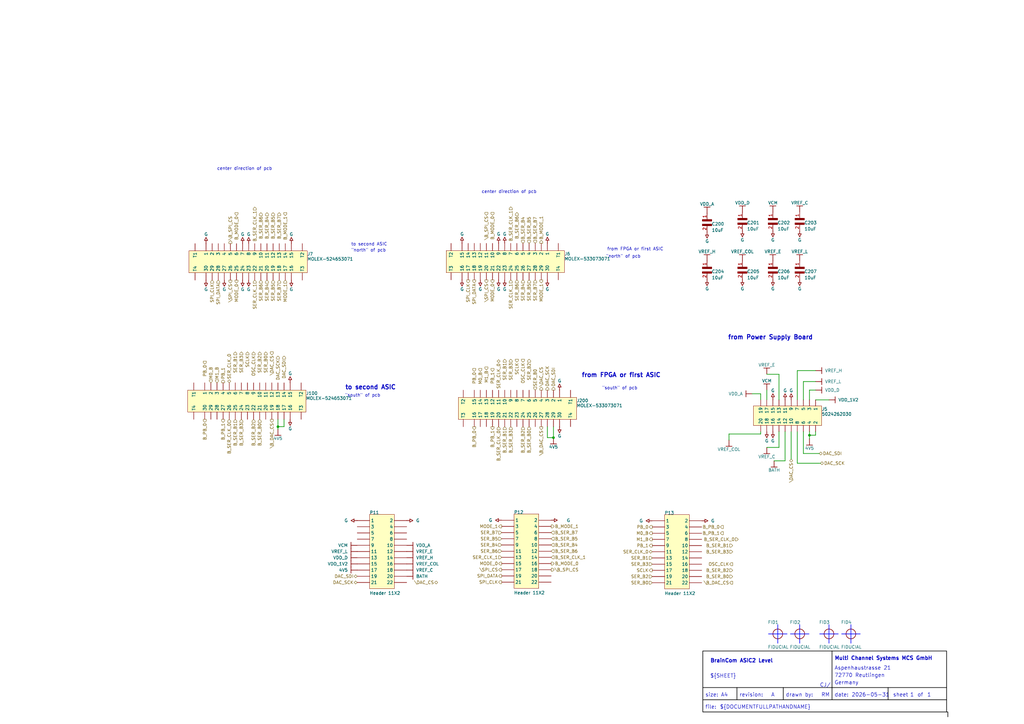
<source format=kicad_sch>
(kicad_sch (version 20230121) (generator eeschema)
  (paper "A3")
  (title_block (title "BrainCom ASIC2 Level") (rev "A"))
  (lib_symbols
    (symbol "TestLayer_RevB-altium-import:4V5" (power)
      (property "Reference" "#PWR" (at 0 0 0))
      (property "Value" "4V5" (at 0 3.81 0))
      (symbol "4V5_0_0"
        (polyline (pts (xy -1.27 -2.54) (xy 1.27 -2.54)) (stroke (width 0.254)))
        (polyline (pts (xy 0 0) (xy 0 -2.54)) (stroke (width 0.254)))
        (pin power_in line (at 0 0 0) (length 0) hide (name "4V5") (number ""))
      )
    )
    (symbol "TestLayer_RevB-altium-import:BATH" (power)
      (property "Reference" "#PWR" (at 0 0 0))
      (property "Value" "BATH" (at 0 3.81 0))
      (symbol "BATH_0_0"
        (polyline (pts (xy -1.27 -2.54) (xy 1.27 -2.54)) (stroke (width 0.254)))
        (polyline (pts (xy 0 0) (xy 0 -2.54)) (stroke (width 0.254)))
        (pin power_in line (at 0 0 0) (length 0) hide (name "BATH") (number ""))
      )
    )
    (symbol "TestLayer_RevB-altium-import:G" (power)
      (property "Reference" "#PWR" (at 0 0 0))
      (property "Value" "G" (at 0 3.81 0))
      (symbol "G_0_0"
        (polyline (pts (xy 0 0) (xy 0 -1.27)) (stroke (width 0.254)))
        (polyline (pts (xy -0.635 -1.27) (xy 0.635 -1.27) (xy 0 -2.54) (xy -0.635 -1.27)) (stroke (width 0.254)))
        (pin power_in line (at 0 0 0) (length 0) hide (name "G") (number ""))
      )
    )
    (symbol "TestLayer_RevB-altium-import:VCM" (power)
      (property "Reference" "#PWR" (at 0 0 0))
      (property "Value" "VCM" (at 0 3.81 0))
      (symbol "VCM_0_0"
        (polyline (pts (xy -1.27 -2.54) (xy 1.27 -2.54)) (stroke (width 0.254)))
        (polyline (pts (xy 0 0) (xy 0 -2.54)) (stroke (width 0.254)))
        (pin power_in line (at 0 0 0) (length 0) hide (name "VCM") (number ""))
      )
    )
    (symbol "TestLayer_RevB-altium-import:VDD_1V2" (power)
      (property "Reference" "#PWR" (at 0 0 0))
      (property "Value" "VDD_1V2" (at 0 3.81 0))
      (symbol "VDD_1V2_0_0"
        (polyline (pts (xy -1.27 -2.54) (xy 1.27 -2.54)) (stroke (width 0.254)))
        (polyline (pts (xy 0 0) (xy 0 -2.54)) (stroke (width 0.254)))
        (pin power_in line (at 0 0 0) (length 0) hide (name "VDD_1V2") (number ""))
      )
    )
    (symbol "TestLayer_RevB-altium-import:VDD_A" (power)
      (property "Reference" "#PWR" (at 0 0 0))
      (property "Value" "VDD_A" (at 0 3.81 0))
      (symbol "VDD_A_0_0"
        (polyline (pts (xy -1.27 -2.54) (xy 1.27 -2.54)) (stroke (width 0.254)))
        (polyline (pts (xy 0 0) (xy 0 -2.54)) (stroke (width 0.254)))
        (pin power_in line (at 0 0 0) (length 0) hide (name "VDD_A") (number ""))
      )
    )
    (symbol "TestLayer_RevB-altium-import:VDD_D" (power)
      (property "Reference" "#PWR" (at 0 0 0))
      (property "Value" "VDD_D" (at 0 3.81 0))
      (symbol "VDD_D_0_0"
        (polyline (pts (xy -1.27 -2.54) (xy 1.27 -2.54)) (stroke (width 0.254)))
        (polyline (pts (xy 0 0) (xy 0 -2.54)) (stroke (width 0.254)))
        (pin power_in line (at 0 0 0) (length 0) hide (name "VDD_D") (number ""))
      )
    )
    (symbol "TestLayer_RevB-altium-import:VREF_C" (power)
      (property "Reference" "#PWR" (at 0 0 0))
      (property "Value" "VREF_C" (at 0 3.81 0))
      (symbol "VREF_C_0_0"
        (polyline (pts (xy -1.27 -2.54) (xy 1.27 -2.54)) (stroke (width 0.254)))
        (polyline (pts (xy 0 0) (xy 0 -2.54)) (stroke (width 0.254)))
        (pin power_in line (at 0 0 0) (length 0) hide (name "VREF_C") (number ""))
      )
    )
    (symbol "TestLayer_RevB-altium-import:VREF_COL" (power)
      (property "Reference" "#PWR" (at 0 0 0))
      (property "Value" "VREF_COL" (at 0 3.81 0))
      (symbol "VREF_COL_0_0"
        (polyline (pts (xy -1.27 -2.54) (xy 1.27 -2.54)) (stroke (width 0.254)))
        (polyline (pts (xy 0 0) (xy 0 -2.54)) (stroke (width 0.254)))
        (pin power_in line (at 0 0 0) (length 0) hide (name "VREF_COL") (number ""))
      )
    )
    (symbol "TestLayer_RevB-altium-import:VREF_E" (power)
      (property "Reference" "#PWR" (at 0 0 0))
      (property "Value" "VREF_E" (at 0 3.81 0))
      (symbol "VREF_E_0_0"
        (polyline (pts (xy -1.27 -2.54) (xy 1.27 -2.54)) (stroke (width 0.254)))
        (polyline (pts (xy 0 0) (xy 0 -2.54)) (stroke (width 0.254)))
        (pin power_in line (at 0 0 0) (length 0) hide (name "VREF_E") (number ""))
      )
    )
    (symbol "TestLayer_RevB-altium-import:VREF_H" (power)
      (property "Reference" "#PWR" (at 0 0 0))
      (property "Value" "VREF_H" (at 0 3.81 0))
      (symbol "VREF_H_0_0"
        (polyline (pts (xy -1.27 -2.54) (xy 1.27 -2.54)) (stroke (width 0.254)))
        (polyline (pts (xy 0 0) (xy 0 -2.54)) (stroke (width 0.254)))
        (pin power_in line (at 0 0 0) (length 0) hide (name "VREF_H") (number ""))
      )
    )
    (symbol "TestLayer_RevB-altium-import:VREF_L" (power)
      (property "Reference" "#PWR" (at 0 0 0))
      (property "Value" "VREF_L" (at 0 3.81 0))
      (symbol "VREF_L_0_0"
        (polyline (pts (xy -1.27 -2.54) (xy 1.27 -2.54)) (stroke (width 0.254)))
        (polyline (pts (xy 0 0) (xy 0 -2.54)) (stroke (width 0.254)))
        (pin power_in line (at 0 0 0) (length 0) hide (name "VREF_L") (number ""))
      )
    )
    (symbol "TestLayer_RevB-altium-import:root_0_FIDUCIAL"
      (symbol "root_0_FIDUCIAL_1_0"
        (polyline (pts (xy 0 -3.81) (xy 0 3.81)) (stroke (width 0.254) (color 0 0 255 1)))
        (polyline (pts (xy 3.81 0) (xy -3.81 0)) (stroke (width 0.254) (color 0 0 255 1)))
        (circle (center 0 0) (radius 2) (stroke (width 0.254)))
      )
    )
    (symbol "TestLayer_RevB-altium-import:root_0_Header 11X2"
      (symbol "root_0_Header 11X2_1_0"
        (rectangle (start 10.16 0) (end 0 -30.48) (fill (type background)))
        (pin passive line (at -5.08 -2.54 0) (length 5.08) (name "1") (number "1"))
        (pin passive line (at 15.24 -12.7 180) (length 5.08) (name "10") (number "10"))
        (pin passive line (at -5.08 -15.24 0) (length 5.08) (name "11") (number "11"))
        (pin passive line (at 15.24 -15.24 180) (length 5.08) (name "12") (number "12"))
        (pin passive line (at -5.08 -17.78 0) (length 5.08) (name "13") (number "13"))
        (pin passive line (at 15.24 -17.78 180) (length 5.08) (name "14") (number "14"))
        (pin passive line (at -5.08 -20.32 0) (length 5.08) (name "15") (number "15"))
        (pin passive line (at 15.24 -20.32 180) (length 5.08) (name "16") (number "16"))
        (pin passive line (at -5.08 -22.86 0) (length 5.08) (name "17") (number "17"))
        (pin passive line (at 15.24 -22.86 180) (length 5.08) (name "18") (number "18"))
        (pin passive line (at -5.08 -25.4 0) (length 5.08) (name "19") (number "19"))
        (pin passive line (at 15.24 -2.54 180) (length 5.08) (name "2") (number "2"))
        (pin passive line (at 15.24 -25.4 180) (length 5.08) (name "20") (number "20"))
        (pin passive line (at -5.08 -27.94 0) (length 5.08) (name "21") (number "21"))
        (pin passive line (at 15.24 -27.94 180) (length 5.08) (name "22") (number "22"))
        (pin passive line (at -5.08 -5.08 0) (length 5.08) (name "3") (number "3"))
        (pin passive line (at 15.24 -5.08 180) (length 5.08) (name "4") (number "4"))
        (pin passive line (at -5.08 -7.62 0) (length 5.08) (name "5") (number "5"))
        (pin passive line (at 15.24 -7.62 180) (length 5.08) (name "6") (number "6"))
        (pin passive line (at -5.08 -10.16 0) (length 5.08) (name "7") (number "7"))
        (pin passive line (at 15.24 -10.16 180) (length 5.08) (name "8") (number "8"))
        (pin passive line (at -5.08 -12.7 0) (length 5.08) (name "9") (number "9"))
      )
    )
    (symbol "TestLayer_RevB-altium-import:root_2_MOLEX-5017450301"
      (symbol "root_2_MOLEX-5017450301_1_0"
        (rectangle (start 13.5 -3) (end -35 -12) (fill (type background)))
        (pin passive line (at 6.5 0 270) (length 3) (name "1") (number "1"))
        (pin passive line (at -16 0 270) (length 3) (name "10") (number "10"))
        (pin passive line (at -18.5 0 270) (length 3) (name "11") (number "11"))
        (pin passive line (at -21 0 270) (length 3) (name "12") (number "12"))
        (pin passive line (at -23.5 0 270) (length 3) (name "13") (number "13"))
        (pin passive line (at -26 0 270) (length 3) (name "14") (number "14"))
        (pin passive line (at -28.5 0 270) (length 3) (name "15") (number "15"))
        (pin passive line (at -28.5 -15 90) (length 3) (name "16") (number "16"))
        (pin passive line (at -26 -15 90) (length 3) (name "17") (number "17"))
        (pin passive line (at -23.5 -15 90) (length 3) (name "18") (number "18"))
        (pin passive line (at -21 -15 90) (length 3) (name "19") (number "19"))
        (pin passive line (at 4 0 270) (length 3) (name "2") (number "2"))
        (pin passive line (at -18.5 -15 90) (length 3) (name "20") (number "20"))
        (pin passive line (at -16 -15 90) (length 3) (name "21") (number "21"))
        (pin passive line (at -13.5 -15 90) (length 3) (name "22") (number "22"))
        (pin passive line (at -11 -15 90) (length 3) (name "23") (number "23"))
        (pin passive line (at -8.5 -15 90) (length 3) (name "24") (number "24"))
        (pin passive line (at -6 -15 90) (length 3) (name "25") (number "25"))
        (pin passive line (at -3.5 -15 90) (length 3) (name "26") (number "26"))
        (pin passive line (at -1 -15 90) (length 3) (name "27") (number "27"))
        (pin passive line (at 1.5 -15 90) (length 3) (name "28") (number "28"))
        (pin passive line (at 4 -15 90) (length 3) (name "29") (number "29"))
        (pin passive line (at 1.5 0 270) (length 3) (name "3") (number "3"))
        (pin passive line (at 6.5 -15 90) (length 3) (name "30") (number "30"))
        (pin passive line (at -1 0 270) (length 3) (name "4") (number "4"))
        (pin passive line (at -3.5 0 270) (length 3) (name "5") (number "5"))
        (pin passive line (at -6 0 270) (length 3) (name "6") (number "6"))
        (pin passive line (at -8.5 0 270) (length 3) (name "7") (number "7"))
        (pin passive line (at -11 0 270) (length 3) (name "8") (number "8"))
        (pin passive line (at -13.5 0 270) (length 3) (name "9") (number "9"))
        (pin passive line (at 11 0 270) (length 3) (name "T1") (number "T1"))
        (pin passive line (at -33 0 270) (length 3) (name "T2") (number "T2"))
        (pin passive line (at -33 -15 90) (length 3) (name "T3") (number "T3"))
        (pin passive line (at 11 -15 90) (length 3) (name "T4") (number "T4"))
      )
    )
    (symbol "TestLayer_RevB-altium-import:root_2_mirrored_MOLEX-5009130302"
      (symbol "root_2_mirrored_MOLEX-5009130302_1_0"
        (rectangle (start 35 -3) (end -13.5 -12) (fill (type background)))
        (pin passive line (at -6.5 0 270) (length 3) (name "1") (number "1"))
        (pin passive line (at 16 0 270) (length 3) (name "10") (number "10"))
        (pin passive line (at 18.5 0 270) (length 3) (name "11") (number "11"))
        (pin passive line (at 21 0 270) (length 3) (name "12") (number "12"))
        (pin passive line (at 23.5 0 270) (length 3) (name "13") (number "13"))
        (pin passive line (at 26 0 270) (length 3) (name "14") (number "14"))
        (pin passive line (at 28.5 0 270) (length 3) (name "15") (number "15"))
        (pin passive line (at 28.5 -15 90) (length 3) (name "16") (number "16"))
        (pin passive line (at 26 -15 90) (length 3) (name "17") (number "17"))
        (pin passive line (at 23.5 -15 90) (length 3) (name "18") (number "18"))
        (pin passive line (at 21 -15 90) (length 3) (name "19") (number "19"))
        (pin passive line (at -4 0 270) (length 3) (name "2") (number "2"))
        (pin passive line (at 18.5 -15 90) (length 3) (name "20") (number "20"))
        (pin passive line (at 16 -15 90) (length 3) (name "21") (number "21"))
        (pin passive line (at 13.5 -15 90) (length 3) (name "22") (number "22"))
        (pin passive line (at 11 -15 90) (length 3) (name "23") (number "23"))
        (pin passive line (at 8.5 -15 90) (length 3) (name "24") (number "24"))
        (pin passive line (at 6 -15 90) (length 3) (name "25") (number "25"))
        (pin passive line (at 3.5 -15 90) (length 3) (name "26") (number "26"))
        (pin passive line (at 1 -15 90) (length 3) (name "27") (number "27"))
        (pin passive line (at -1.5 -15 90) (length 3) (name "28") (number "28"))
        (pin passive line (at -4 -15 90) (length 3) (name "29") (number "29"))
        (pin passive line (at -1.5 0 270) (length 3) (name "3") (number "3"))
        (pin passive line (at -6.5 -15 90) (length 3) (name "30") (number "30"))
        (pin passive line (at 1 0 270) (length 3) (name "4") (number "4"))
        (pin passive line (at 3.5 0 270) (length 3) (name "5") (number "5"))
        (pin passive line (at 6 0 270) (length 3) (name "6") (number "6"))
        (pin passive line (at 8.5 0 270) (length 3) (name "7") (number "7"))
        (pin passive line (at 11 0 270) (length 3) (name "8") (number "8"))
        (pin passive line (at 13.5 0 270) (length 3) (name "9") (number "9"))
        (pin passive line (at -11 0 270) (length 3) (name "T1") (number "T1"))
        (pin passive line (at 33 0 270) (length 3) (name "T2") (number "T2"))
        (pin passive line (at 33 -15 90) (length 3) (name "T3") (number "T3"))
        (pin passive line (at -11 -15 90) (length 3) (name "T4") (number "T4"))
      )
    )
    (symbol "TestLayer_RevB-altium-import:root_3_DIL20S-1.27"
      (symbol "root_3_DIL20S-1.27_1_0"
        (rectangle (start 14 3) (end -14 -5) (fill (type background)))
        (pin passive line (at 11.5 5.5 270) (length 2.5) (name "1") (number "1"))
        (pin passive line (at 1.5 -7.5 90) (length 2.5) (name "10") (number "10"))
        (pin passive line (at -1 5.5 270) (length 2.5) (name "11") (number "11"))
        (pin passive line (at -1 -7.5 90) (length 2.5) (name "12") (number "12"))
        (pin passive line (at -3.5 5.5 270) (length 2.5) (name "13") (number "13"))
        (pin passive line (at -3.5 -7.5 90) (length 2.5) (name "14") (number "14"))
        (pin passive line (at -6 5.5 270) (length 2.5) (name "15") (number "15"))
        (pin passive line (at -6 -7.5 90) (length 2.5) (name "16") (number "16"))
        (pin passive line (at -8.5 5.5 270) (length 2.5) (name "17") (number "17"))
        (pin passive line (at -8.5 -7.5 90) (length 2.5) (name "18") (number "18"))
        (pin passive line (at -11 5.5 270) (length 2.5) (name "19") (number "19"))
        (pin passive line (at 11.5 -7.5 90) (length 2.5) (name "2") (number "2"))
        (pin passive line (at -11 -7.5 90) (length 2.5) (name "20") (number "20"))
        (pin passive line (at 9 5.5 270) (length 2.5) (name "3") (number "3"))
        (pin passive line (at 9 -7.5 90) (length 2.5) (name "4") (number "4"))
        (pin passive line (at 6.5 5.5 270) (length 2.5) (name "5") (number "5"))
        (pin passive line (at 6.5 -7.5 90) (length 2.5) (name "6") (number "6"))
        (pin passive line (at 4 5.5 270) (length 2.5) (name "7") (number "7"))
        (pin passive line (at 4 -7.5 90) (length 2.5) (name "8") (number "8"))
        (pin passive line (at 1.5 5.5 270) (length 2.5) (name "9") (number "9"))
      )
    )
    (symbol "TestLayer_RevB-altium-import:root_3_JMK107BBJ106MK-TT"
      (symbol "root_3_JMK107BBJ106MK-TT_1_0"
        (rectangle (start 1.905 -1.907) (end -1.906 -2.54) (stroke (width 0.254)) (fill (type outline)))
        (rectangle (start 1.905 0) (end -1.906 -0.635) (stroke (width 0.254)) (fill (type outline)))
        (pin passive line (at 0 2.54 270) (length 2.54) (name "1") (number "1"))
        (pin passive line (at 0 -5.08 90) (length 2.54) (name "2") (number "2"))
      )
    )
  )
  (junction (at 114 175.0022))
  (junction (at 227 179.5022))
  (junction (at 331.999 178.5022))
  (wire (pts (xy 319.499 153.5022) (xy 319.499 164.0022)) (stroke (width 0.254)))
  (wire (pts (xy 224.5 179.5022) (xy 227 179.5022)) (stroke (width 0.254)))
  (wire (pts (xy 331.999 177.0022) (xy 331.999 178.5022)) (stroke (width 0.254)))
  (wire (pts (xy 311.999 177.0022) (xy 311.999 178.0022)) (stroke (width 0.254)))
  (wire (pts (xy 329.5 177.0022) (xy 329.499 177.0022)) (stroke (width 0.254)))
  (wire (pts (xy 326.999 190.0022) (xy 326.999 177.0022)) (stroke (width 0.254)))
  (wire (pts (xy 329.499 164.0022) (xy 329.5 164.0022)) (stroke (width 0.254)))
  (wire (pts (xy 317.499 189.0022) (xy 321.999 189.0022)) (stroke (width 0.254)))
  (wire (pts (xy 331.999 164.0022) (xy 331.999 160.0022)) (stroke (width 0.254)))
  (wire (pts (xy 116.5 175.0022) (xy 114 175.0022)) (stroke (width 0.254)))
  (wire (pts (xy 314.499 160.0022) (xy 314.499 164.0022)) (stroke (width 0.254)))
  (wire (pts (xy 329.5 164.0022) (xy 329.5 156.5022)) (stroke (width 0.254)))
  (wire (pts (xy 326.999 152.0032) (xy 334.499 152.0032)) (stroke (width 0.254)))
  (wire (pts (xy 329.5 186.0022) (xy 329.5 177.0022)) (stroke (width 0.254)))
  (wire (pts (xy 334.499 177.0022) (xy 334.499 178.5022)) (stroke (width 0.254)))
  (wire (pts (xy 326.999 164.0022) (xy 326.999 152.0032)) (stroke (width 0.254)))
  (wire (pts (xy 339.999 164.0022) (xy 334.499 164.0022)) (stroke (width 0.254)))
  (wire (pts (xy 311.999 161.5022) (xy 308.499 161.5022)) (stroke (width 0.254)))
  (wire (pts (xy 227 179.5022) (xy 227 175.0022)) (stroke (width 0.254)))
  (wire (pts (xy 314.499 153.5022) (xy 319.499 153.5022)) (stroke (width 0.254)))
  (wire (pts (xy 324.499 177.0022) (xy 324.499 188.3022)) (stroke (width 0.254)))
  (wire (pts (xy 334.499 178.5022) (xy 331.999 178.5022)) (stroke (width 0.254)))
  (wire (pts (xy 331.999 160.0022) (xy 334.499 160.0022)) (stroke (width 0.254)))
  (wire (pts (xy 314.499 183.5022) (xy 319.499 183.5022)) (stroke (width 0.254)))
  (wire (pts (xy 321.999 189.0022) (xy 321.999 177.0022)) (stroke (width 0.254)))
  (wire (pts (xy 224.5 175.0022) (xy 224.5 179.5022)) (stroke (width 0.254)))
  (wire (pts (xy 298.999 178.0022) (xy 298.999 180.5022)) (stroke (width 0.254)))
  (wire (pts (xy 319.499 183.5022) (xy 319.499 177.0022)) (stroke (width 0.254)))
  (wire (pts (xy 331.999 178.5022) (xy 331.999 180.0022)) (stroke (width 0.254)))
  (wire (pts (xy 311.999 178.0022) (xy 298.999 178.0022)) (stroke (width 0.254)))
  (wire (pts (xy 116.5 172.0022) (xy 116.5 175.0022)) (stroke (width 0.254)))
  (wire (pts (xy 311.999 164.0022) (xy 311.999 161.5022)) (stroke (width 0.254)))
  (wire (pts (xy 114 175.0022) (xy 114 176.0022)) (stroke (width 0.254)))
  (wire (pts (xy 329.5 156.5022) (xy 334.499 156.5022)) (stroke (width 0.254)))
  (wire (pts (xy 336.499 190.0022) (xy 326.999 190.0022)) (stroke (width 0.254)))
  (wire (pts (xy 335.999 186.0022) (xy 329.5 186.0022)) (stroke (width 0.254)))
  (wire (pts (xy 114 172.0022) (xy 114 175.0022)) (stroke (width 0.254)))
  (polyline (pts (xy 341.25 267.0022) (xy 341.25 282.0022)) (stroke (width 0.254) (type solid) (color 0 0 0 1)))
  (polyline (pts (xy 341.25 282.0022) (xy 341.25 287.0022)) (stroke (width 0.254) (type solid) (color 0 0 0 1)))
  (polyline (pts (xy 302.25 282.0022) (xy 302.25 287.0022)) (stroke (width 0.254) (type solid) (color 0 0 0 1)))
  (polyline (pts (xy 288.25 287.0022) (xy 388.25 287.0022)) (stroke (width 0.254) (type solid) (color 0 0 0 1)))
  (polyline (pts (xy 321.25 282.0022) (xy 321.25 287.0022)) (stroke (width 0.254) (type solid) (color 0 0 0 1)))
  (polyline (pts (xy 364.25 282.0022) (xy 364.25 287.0022)) (stroke (width 0.254) (type solid) (color 0 0 0 1)))
  (polyline (pts (xy 388.75 294.0022) (xy 388.75 292.0022) (xy 288.25 292.0022) (xy 288.25 267.0022) (xy 388.25 267.0022) (xy 388.25 292.0022)) (stroke (width 0.254) (type solid) (color 0 0 0 1)))
  (polyline (pts (xy 288.25 282.0022) (xy 388.25 282.0022)) (stroke (width 0.254) (type solid) (color 0 0 0 1)))
  (text "Germany" (at 342.25 281.0022 0) (effects (font (size 1.524 1.524)) (justify left bottom)))
  (text "  \"south\" of pcb" (at 245 160.0022 0) (effects (font (size 1.27 1.27)) (justify left bottom)))
  (text "Aspenhaustrasse 21" (at 342.25 275.0022 0) (effects (font (size 1.524 1.524)) (justify left bottom)))
  (text "sheet" (at 366.25 286.0022 0) (effects (font (size 1.524 1.524)) (justify left bottom)))
  (text "from FPGA or first ASIC" (at 238.5 155.0022 0) (effects (font (size 1.778 1.778) bold) (justify left bottom)))
  (text "${CURRENT_DATE}" (at 349.25 286.0022 0) (effects (font (size 1.524 1.524)) (justify left bottom)))
  (text "revision:" (at 303.25 286.0022 0) (effects (font (size 1.524 1.524)) (justify left bottom)))
  (text "CJ/" (at 336.25 282.0022 0) (effects (font (size 1.524 1.524)) (justify left bottom)))
  (text "\"south\" of pcb" (at 141.5 163.0022 0) (effects (font (size 1.27 1.27)) (justify left bottom)))
  (text "center direction of pcb" (at 197.5 79.5022 0) (effects (font (size 1.27 1.27)) (justify left bottom)))
  (text "\"north\" of pcb" (at 144 103.5022 0) (effects (font (size 1.27 1.27)) (justify left bottom)))
  (text "72770 Reutlingen" (at 342.25 278.0022 0) (effects (font (size 1.524 1.524)) (justify left bottom)))
  (text "to second ASIC" (at 141.5 160.0022 0) (effects (font (size 1.778 1.778) bold) (justify left bottom)))
  (text "\"north\" of pcb" (at 248.5 106.0022 0) (effects (font (size 1.27 1.27)) (justify left bottom)))
  (text "${DOCUMENTFULLPATHANDNAME}" (at 295.25 291.0022 0) (effects (font (size 1.524 1.524)) (justify left bottom)))
  (text "${SHEET}" (at 291.25 278.2522 0) (effects (font (size 1.524 1.524)) (justify left bottom)))
  (text "${TITLE}" (at 291.25 272.0022 0) (effects (font (size 1.524 1.524) bold) (justify left bottom)))
  (text "to second ASIC" (at 144 101.0022 0) (effects (font (size 1.27 1.27)) (justify left bottom)))
  (text "from FPGA or first ASIC" (at 249 103.0022 0) (effects (font (size 1.27 1.27)) (justify left bottom)))
  (text "Multi Channel Systems MCS GmbH" (at 342.25 271.0022 0) (effects (font (size 1.524 1.524) bold) (justify left bottom)))
  (text "from Power Supply Board" (at 298.499 139.5022 0) (effects (font (size 1.778 1.778) bold) (justify left bottom)))
  (text "file:" (at 289.25 291.0022 0) (effects (font (size 1.524 1.524)) (justify left bottom)))
  (text "${#}" (at 373.25 286.0022 0) (effects (font (size 1.524 1.524)) (justify left bottom)))
  (text "${REVISION}" (at 316.25 286.0022 0) (effects (font (size 1.524 1.524)) (justify left bottom)))
  (text "${##}" (at 380.25 286.0022 0) (effects (font (size 1.524 1.524)) (justify left bottom)))
  (text "of" (at 376.25 286.0022 0) (effects (font (size 1.524 1.524)) (justify left bottom)))
  (text "size: A4" (at 289.25 286.0022 0) (effects (font (size 1.524 1.524)) (justify left bottom)))
  (text "date:" (at 342.25 286.0022 0) (effects (font (size 1.524 1.524)) (justify left bottom)))
  (text "center direction of pcb" (at 89 70.0022 0) (effects (font (size 1.27 1.27)) (justify left bottom)))
  (text "drawn by:   RM" (at 322.25 286.0022 0) (effects (font (size 1.524 1.524)) (justify left bottom)))
  (hierarchical_label "SER_B1" (shape input) (at 207 147.3022 270))
  (hierarchical_label "B_SER_B2" (shape input) (at 300.519 233.9222 180))
  (hierarchical_label "DAC_SCK" (shape input) (at 114 146.0022 270))
  (hierarchical_label "M1_B" (shape output) (at 267.499 221.2222 180))
  (hierarchical_label "SCLK" (shape input) (at 101.5 144.3022 270))
  (hierarchical_label "B_SER_B4" (shape input) (at 214.5 99.8022 90))
  (hierarchical_label "SER_CLK_0" (shape bidirectional) (at 267.499 226.3022 180))
  (hierarchical_label "B_SER_B6" (shape input) (at 212 87.1022 270))
  (hierarchical_label "\\SPI_CS" (shape output) (at 94.5 114.8922 270))
  (hierarchical_label "\\B_SPI_CS" (shape output) (at 94.5 99.8922 90))
  (hierarchical_label "M0_B" (shape output) (at 197 151.1122 270))
  (hierarchical_label "\\B_SPI_CS" (shape output) (at 199.5 87.1022 270))
  (hierarchical_label "MODE_0" (shape output) (at 97 114.8922 270))
  (hierarchical_label "PB_1" (shape output) (at 202 151.1122 270))
  (hierarchical_label "\\DAC_CS" (shape output) (at 111.5 144.3022 270))
  (hierarchical_label "\\B_DAC_CS" (shape output) (at 111.5 172.0022 270))
  (hierarchical_label "PB_1" (shape output) (at 91.5 157.0022 90))
  (hierarchical_label "SER_B1" (shape input) (at 96.5 144.3022 270))
  (hierarchical_label "SPI_DATA" (shape input) (at 89.5 114.8922 270))
  (hierarchical_label "B_SER_B0" (shape input) (at 300.519 236.4622 180))
  (hierarchical_label "B_SER_B2" (shape input) (at 214.5 175.0022 270))
  (hierarchical_label "B_SER_B3" (shape input) (at 300.519 226.3022 180))
  (hierarchical_label "B_SER_B2" (shape input) (at 104 172.0022 270))
  (hierarchical_label "DAC_SCK" (shape bidirectional) (at 336.499 190.0022 0))
  (hierarchical_label "B_MODE_1" (shape output) (at 222 99.8022 90))
  (hierarchical_label "PB_0" (shape output) (at 194.5 151.1122 270))
  (hierarchical_label "SER_B4" (shape input) (at 205.74 223.52 180))
  (hierarchical_label "B_MODE_0" (shape output) (at 97 87.1922 270))
  (hierarchical_label "OSC_CLK" (shape output) (at 214.5 147.3022 270))
  (hierarchical_label "B_SER_B7" (shape input) (at 219.5 99.8022 90))
  (hierarchical_label "B_SER_CLK_0" (shape input) (at 302.819 221.2222 180))
  (hierarchical_label "SER_B6" (shape input) (at 107 114.8922 270))
  (hierarchical_label "B_SER_B5" (shape input) (at 112 87.1922 270))
  (hierarchical_label "B_SER_B4" (shape input) (at 226.06 223.52 0))
  (hierarchical_label "SER_CLK_1" (shape input) (at 209.5 114.8032 270))
  (hierarchical_label "B_SER_CLK_1" (shape input) (at 104.5 84.8922 270))
  (hierarchical_label "DAC_SDI" (shape input) (at 116.5 146.0022 270))
  (hierarchical_label "MODE_0" (shape output) (at 202 114.8022 270))
  (hierarchical_label "B_SER_B7" (shape input) (at 114.5 87.1922 270))
  (hierarchical_label "SER_B4" (shape input) (at 109.5 114.8922 270))
  (hierarchical_label "SER_B5" (shape input) (at 217 114.8022 270))
  (hierarchical_label "SER_B0" (shape input) (at 109 144.3022 270))
  (hierarchical_label "\\B_DAC_CS" (shape output) (at 222 175.0022 270))
  (hierarchical_label "B_MODE_0" (shape output) (at 226.06 231.14 0))
  (hierarchical_label "SER_CLK_1" (shape input) (at 205.74 228.6 180))
  (hierarchical_label "DAC_SCK" (shape bidirectional) (at 146.5 238.9022 180))
  (hierarchical_label "SER_B2" (shape input) (at 217 147.3022 270))
  (hierarchical_label "SER_B2" (shape input) (at 267.499 236.4622 180))
  (hierarchical_label "B_SER_CLK_1" (shape input) (at 226.06 228.6 0))
  (hierarchical_label "PB_1" (shape output) (at 267.499 223.7622 180))
  (hierarchical_label "M1_B" (shape input) (at 89 157.0022 90))
  (hierarchical_label "SER_B3" (shape input) (at 209.5 147.3022 270))
  (hierarchical_label "SPI_DATA" (shape output) (at 194.5 114.8022 270))
  (hierarchical_label "PB_0" (shape output) (at 267.499 216.1422 180))
  (hierarchical_label "SER_B5" (shape input) (at 112 114.8922 270))
  (hierarchical_label "SPI_CLK" (shape input) (at 87 114.8922 270))
  (hierarchical_label "B_SER_B1" (shape input) (at 300.519 223.7622 180))
  (hierarchical_label "B_SER_B4" (shape input) (at 109.5 87.1922 270))
  (hierarchical_label "SER_B7" (shape input) (at 114.5 114.8922 270))
  (hierarchical_label "SER_CLK_1" (shape input) (at 104.5 114.8932 270))
  (hierarchical_label "SER_B6" (shape input) (at 205.74 226.06 180))
  (hierarchical_label "B_MODE_1" (shape output) (at 226.06 215.9 0))
  (hierarchical_label "SPI_CLK" (shape output) (at 192 114.8022 270))
  (hierarchical_label "DAC_SDI" (shape bidirectional) (at 146.5 236.3622 180))
  (hierarchical_label "B_SER_B5" (shape input) (at 217 99.8022 90))
  (hierarchical_label "B_MODE_0" (shape output) (at 202 87.1022 270))
  (hierarchical_label "B_SER_B6" (shape input) (at 107 87.1922 270))
  (hierarchical_label "B_PB_0" (shape output) (at 194.5 175.0022 270))
  (hierarchical_label "SER_CLK_0" (shape bidirectional) (at 204.5 147.5022 270))
  (hierarchical_label "\\DAC_CS" (shape output) (at 222 160.0022 90))
  (hierarchical_label "SER_B7" (shape input) (at 205.74 218.44 180))
  (hierarchical_label "SER_B3" (shape input) (at 99 144.3022 270))
  (hierarchical_label "B_SER_B3" (shape input) (at 209.5 175.0022 270))
  (hierarchical_label "B_PB_1" (shape output) (at 296.709 218.6822 180))
  (hierarchical_label "B_SER_B1" (shape input) (at 96.5 172.0022 270))
  (hierarchical_label "MODE_0" (shape output) (at 205.74 231.14 180))
  (hierarchical_label "DAC_SDI" (shape bidirectional) (at 335.999 186.0022 0))
  (hierarchical_label "B_SER_B7" (shape input) (at 226.06 218.44 0))
  (hierarchical_label "\\B_SPI_CS" (shape output) (at 226.06 233.68 0))
  (hierarchical_label "M1_B" (shape output) (at 199.5 150.5022 270))
  (hierarchical_label "B_SER_B0" (shape input) (at 106.5 172.0022 270))
  (hierarchical_label "SPI_DATA" (shape output) (at 205.74 236.22 180))
  (hierarchical_label "B_SER_CLK_1" (shape input) (at 209.5 84.8022 270))
  (hierarchical_label "\\B_DAC_CS" (shape output) (at 300.519 239.0022 180))
  (hierarchical_label "MODE_1" (shape output) (at 205.74 215.9 180))
  (hierarchical_label "DAC_SCK" (shape output) (at 224.5 160.0022 90))
  (hierarchical_label "B_PB_0" (shape output) (at 296.709 216.1422 180))
  (hierarchical_label "B_MODE_1" (shape output) (at 117 87.1922 270))
  (hierarchical_label "SCLK" (shape output) (at 212 147.3022 270))
  (hierarchical_label "SER_B6" (shape input) (at 212 114.8022 270))
  (hierarchical_label "B_SER_CLK_0" (shape input) (at 94 172.0022 270))
  (hierarchical_label "B_PB_1" (shape output) (at 91.5 172.0022 270))
  (hierarchical_label "\\DAC_CS" (shape bidirectional) (at 324.499 188.3022 270))
  (hierarchical_label "MODE_1" (shape output) (at 222 114.8022 270))
  (hierarchical_label "\\SPI_CS" (shape output) (at 199.5 114.8022 270))
  (hierarchical_label "OSC_CLK" (shape input) (at 104 144.3022 270))
  (hierarchical_label "OSC_CLK" (shape output) (at 300.519 231.3822 180))
  (hierarchical_label "B_SER_B3" (shape input) (at 99 172.0022 270))
  (hierarchical_label "B_SER_B1" (shape input) (at 207 175.0022 270))
  (hierarchical_label "B_SER_B6" (shape input) (at 226.06 226.06 0))
  (hierarchical_label "SER_B1" (shape input) (at 267.499 228.8422 180))
  (hierarchical_label "B_SER_B0" (shape input) (at 217 175.0022 270))
  (hierarchical_label "SER_CLK_0" (shape bidirectional) (at 94 157.0022 90))
  (hierarchical_label "SER_B0" (shape input) (at 267.499 239.0022 180))
  (hierarchical_label "SPI_CLK" (shape output) (at 205.74 238.76 180))
  (hierarchical_label "SER_B7" (shape input) (at 219.5 114.8022 270))
  (hierarchical_label "M0_B" (shape input) (at 86.5 157.0022 90))
  (hierarchical_label "SER_B3" (shape input) (at 267.499 231.3822 180))
  (hierarchical_label "M0_B" (shape output) (at 267.499 218.6822 180))
  (hierarchical_label "SCLK" (shape output) (at 267.499 233.9222 180))
  (hierarchical_label "DAC_SDI" (shape output) (at 227 160.0022 90))
  (hierarchical_label "SER_B5" (shape input) (at 205.74 220.98 180))
  (hierarchical_label "MODE_1" (shape input) (at 117 114.8922 270))
  (hierarchical_label "B_SER_CLK_0" (shape input) (at 204.5 175.0022 270))
  (hierarchical_label "B_PB_0" (shape output) (at 84 172.0022 270))
  (hierarchical_label "PB_0" (shape output) (at 84 148.1122 270))
  (hierarchical_label "\\SPI_CS" (shape output) (at 205.74 233.68 180))
  (hierarchical_label "SER_B2" (shape input) (at 106.5 144.3022 270))
  (hierarchical_label "\\DAC_CS" (shape bidirectional) (at 179.52 238.9022 180))
  (hierarchical_label "B_SER_B5" (shape input) (at 226.06 220.98 0))
  (hierarchical_label "B_PB_1" (shape output) (at 202 175.0022 270))
  (hierarchical_label "SER_B0" (shape input) (at 219.5 160.0022 90))
  (hierarchical_label "SER_B4" (shape input) (at 214.5 114.8022 270))
  (symbol (lib_id "TestLayer_RevB-altium-import:4V5") (at 331.999 180.0022 0) (unit 1)
    (property "Reference" "#PWR?" (effects hide))
    (property "Value" "4V5" (at 331.999 183.8122 0))
  )
  (symbol (lib_id "TestLayer_RevB-altium-import:G") (at 304.499 94.6222 0) (unit 1)
    (property "Reference" "#PWR?" (effects hide))
    (property "Value" "G" (at 304.499 98.4322 0))
  )
  (symbol (lib_id "TestLayer_RevB-altium-import:root_3_DIL20S-1.27") (at 322.999 169.5022 0) (unit 1)
    (property "Reference" "J5" (at 336.999 168.5342 0) (effects (justify left bottom)))
    (property "Value" "5024262030" (at 336.999 170.5662 0) (effects (justify left bottom)))
    (property "Footprint" "JMOLEX-0559090274V1" (effects hide))
    (property "ITEM NUMBER" "?" (effects hide))
    (property "MANUFACTURER" "Molex" (effects hide))
    (property "MPN" "502426-2030" (effects hide))
  )
  (symbol (lib_id "TestLayer_RevB-altium-import:root_0_Header 11X2") (at 210.82 210.82 0) (unit 1)
    (property "Reference" "P12" (at 210.82 210.82 0) (effects (justify left bottom)))
    (property "Value" "Header 11X2" (at 210.82 243.84 0) (effects (justify left bottom)))
    (property "Footprint" "HDR2X11" (effects hide))
    (property "LATESTREVISIONDATE" "17-Jul-2002" (effects hide))
    (property "LATESTREVISIONNOTE" "Re-released for DXP Platform." (effects hide))
    (property "PUBLISHER" "Altium Limited" (effects hide))
  )
  (symbol (lib_id "TestLayer_RevB-altium-import:G") (at 119.5 114.8922 0) (unit 1)
    (property "Reference" "#PWR?" (effects hide))
    (property "Value" "G" (at 119.5 118.7022 0))
  )
  (symbol (lib_id "TestLayer_RevB-altium-import:VREF_H") (at 166.82 228.7422 90) (unit 1)
    (property "Reference" "#PWR?" (effects hide))
    (property "Value" "VREF_H" (at 170.63 228.7422 90) (effects (justify right)))
  )
  (symbol (lib_id "TestLayer_RevB-altium-import:G") (at 102 99.8922 180) (unit 1)
    (property "Reference" "#PWR?" (effects hide))
    (property "Value" "G" (at 102 96.0822 0))
  )
  (symbol (lib_id "TestLayer_RevB-altium-import:VCM") (at 146.5 223.6622 270) (unit 1)
    (property "Reference" "#PWR?" (effects hide))
    (property "Value" "VCM" (at 142.69 223.6622 90) (effects (justify right)))
  )
  (symbol (lib_id "TestLayer_RevB-altium-import:VDD_D") (at 334.499 160.0022 90) (unit 1)
    (property "Reference" "#PWR?" (effects hide))
    (property "Value" "VDD_D" (at 338.309 160.0022 90) (effects (justify right)))
  )
  (symbol (lib_id "TestLayer_RevB-altium-import:root_3_JMK107BBJ106MK-TT") (at 289.999 109.5422 0) (unit 1)
    (property "Reference" "C204" (at 291.904 112.0822 0) (effects (justify left bottom)))
    (property "Value" "10uF" (at 291.904 114.6222 0) (effects (justify left bottom)))
    (property "Footprint" "CAPC1709X50N" (effects hide))
    (property "MPN" "JMK107BBJ106MK-TT" (effects hide))
    (property "ITEM NUMBER" "?" (effects hide))
    (property "MANUFACTURER" "Taiyo Yuden" (effects hide))
  )
  (symbol (lib_id "TestLayer_RevB-altium-import:root_3_JMK107BBJ106MK-TT") (at 316.999 89.5422 0) (unit 1)
    (property "Reference" "C202" (at 318.904 92.0822 0) (effects (justify left bottom)))
    (property "Value" "10uF" (at 318.904 94.6222 0) (effects (justify left bottom)))
    (property "Footprint" "CAPC1709X50N" (effects hide))
    (property "MPN" "JMK107BBJ106MK-TT" (effects hide))
    (property "ITEM NUMBER" "?" (effects hide))
    (property "MANUFACTURER" "Taiyo Yuden" (effects hide))
  )
  (symbol (lib_id "TestLayer_RevB-altium-import:G") (at 327.999 94.6222 0) (unit 1)
    (property "Reference" "#PWR?" (effects hide))
    (property "Value" "G" (at 327.999 98.4322 0))
  )
  (symbol (lib_id "TestLayer_RevB-altium-import:G") (at 287.819 213.6022 90) (unit 1)
    (property "Reference" "#PWR?" (effects hide))
    (property "Value" "G" (at 291.629 213.6022 90) (effects (justify right)))
  )
  (symbol (lib_id "TestLayer_RevB-altium-import:G") (at 99.5 114.8922 0) (unit 1)
    (property "Reference" "#PWR?" (effects hide))
    (property "Value" "G" (at 99.5 118.7022 0))
  )
  (symbol (lib_id "TestLayer_RevB-altium-import:VDD_D") (at 146.5 228.7422 270) (unit 1)
    (property "Reference" "#PWR?" (effects hide))
    (property "Value" "VDD_D" (at 142.69 228.7422 90) (effects (justify right)))
  )
  (symbol (lib_id "TestLayer_RevB-altium-import:root_3_JMK107BBJ106MK-TT") (at 289.999 90.0422 0) (unit 1)
    (property "Reference" "C200" (at 291.904 92.5822 0) (effects (justify left bottom)))
    (property "Value" "10uF" (at 291.904 95.1222 0) (effects (justify left bottom)))
    (property "Footprint" "CAPC1709X50N" (effects hide))
    (property "MPN" "JMK107BBJ106MK-TT" (effects hide))
    (property "ITEM NUMBER" "?" (effects hide))
    (property "MANUFACTURER" "Taiyo Yuden" (effects hide))
  )
  (symbol (lib_id "TestLayer_RevB-altium-import:G") (at 119.5 99.8922 180) (unit 1)
    (property "Reference" "#PWR?" (effects hide))
    (property "Value" "G" (at 119.5 96.0822 0))
  )
  (symbol (lib_id "TestLayer_RevB-altium-import:root_2_mirrored_MOLEX-5009130302") (at 90.5 157.0022 0) (unit 1)
    (property "Reference" "J100" (at 125.5 162.0342 0) (effects (justify left bottom)))
    (property "Value" "MOLEX-524653071" (at 125.5 164.0662 0) (effects (justify left bottom)))
    (property "Footprint" "J524653071" (effects hide))
    (property "ITEM NUMBER" "5400067" (effects hide))
    (property "MANUFACTURER" "Molex" (effects hide))
    (property "MPN" "524653071" (effects hide))
  )
  (symbol (lib_id "TestLayer_RevB-altium-import:root_3_JMK107BBJ106MK-TT") (at 316.999 109.5422 0) (unit 1)
    (property "Reference" "C206" (at 318.904 112.0822 0) (effects (justify left bottom)))
    (property "Value" "10uF" (at 318.904 114.6222 0) (effects (justify left bottom)))
    (property "Footprint" "CAPC1709X50N" (effects hide))
    (property "MPN" "JMK107BBJ106MK-TT" (effects hide))
    (property "ITEM NUMBER" "?" (effects hide))
    (property "MANUFACTURER" "Taiyo Yuden" (effects hide))
  )
  (symbol (lib_id "TestLayer_RevB-altium-import:G") (at 99.5 99.8922 180) (unit 1)
    (property "Reference" "#PWR?" (effects hide))
    (property "Value" "G" (at 99.5 96.0822 0))
  )
  (symbol (lib_id "TestLayer_RevB-altium-import:G") (at 204.5 114.8022 0) (unit 1)
    (property "Reference" "#PWR?" (effects hide))
    (property "Value" "G" (at 204.5 118.6122 0))
  )
  (symbol (lib_id "TestLayer_RevB-altium-import:VREF_H") (at 334.499 152.0032 90) (unit 1)
    (property "Reference" "#PWR?" (effects hide))
    (property "Value" "VREF_H" (at 338.309 152.0032 90) (effects (justify right)))
  )
  (symbol (lib_id "TestLayer_RevB-altium-import:G") (at 207 114.8022 0) (unit 1)
    (property "Reference" "#PWR?" (effects hide))
    (property "Value" "G" (at 207 118.6122 0))
  )
  (symbol (lib_id "TestLayer_RevB-altium-import:VREF_L") (at 146.5 226.2022 270) (unit 1)
    (property "Reference" "#PWR?" (effects hide))
    (property "Value" "VREF_L" (at 142.69 226.2022 90) (effects (justify right)))
  )
  (symbol (lib_id "TestLayer_RevB-altium-import:G") (at 324.499 164.0022 180) (unit 1)
    (property "Reference" "#PWR?" (effects hide))
    (property "Value" "G" (at 324.499 160.1922 0))
  )
  (symbol (lib_id "TestLayer_RevB-altium-import:G") (at 289.999 114.6222 0) (unit 1)
    (property "Reference" "#PWR?" (effects hide))
    (property "Value" "G" (at 289.999 118.4322 0))
  )
  (symbol (lib_id "TestLayer_RevB-altium-import:G") (at 229.5 160.0022 180) (unit 1)
    (property "Reference" "#PWR?" (effects hide))
    (property "Value" "G" (at 229.5 156.1922 0))
  )
  (symbol (lib_id "TestLayer_RevB-altium-import:root_0_Header 11X2") (at 151.58 210.9622 0) (unit 1)
    (property "Reference" "P11" (at 151.58 210.9622 0) (effects (justify left bottom)))
    (property "Value" "Header 11X2" (at 151.58 243.9822 0) (effects (justify left bottom)))
    (property "Footprint" "HDR2X11" (effects hide))
    (property "LATESTREVISIONDATE" "17-Jul-2002" (effects hide))
    (property "LATESTREVISIONNOTE" "Re-released for DXP Platform." (effects hide))
    (property "PUBLISHER" "Altium Limited" (effects hide))
  )
  (symbol (lib_id "TestLayer_RevB-altium-import:4V5") (at 146.5 233.8222 270) (unit 1)
    (property "Reference" "#PWR?" (effects hide))
    (property "Value" "4V5" (at 142.69 233.8222 90) (effects (justify right)))
  )
  (symbol (lib_id "TestLayer_RevB-altium-import:VREF_COL") (at 304.499 107.0022 180) (unit 1)
    (property "Reference" "#PWR?" (effects hide))
    (property "Value" "VREF_COL" (at 304.499 103.1922 0))
  )
  (symbol (lib_id "TestLayer_RevB-altium-import:VDD_1V2") (at 146.5 231.2822 270) (unit 1)
    (property "Reference" "#PWR?" (effects hide))
    (property "Value" "VDD_1V2" (at 142.69 231.2822 90) (effects (justify right)))
  )
  (symbol (lib_id "TestLayer_RevB-altium-import:G") (at 267.499 213.6022 270) (unit 1)
    (property "Reference" "#PWR?" (effects hide))
    (property "Value" "G" (at 263.689 213.6022 90) (effects (justify right)))
  )
  (symbol (lib_id "TestLayer_RevB-altium-import:VREF_L") (at 334.499 156.5022 90) (unit 1)
    (property "Reference" "#PWR?" (effects hide))
    (property "Value" "VREF_L" (at 338.309 156.5022 90) (effects (justify right)))
  )
  (symbol (lib_id "TestLayer_RevB-altium-import:G") (at 189.5 114.8022 0) (unit 1)
    (property "Reference" "#PWR?" (effects hide))
    (property "Value" "G" (at 189.5 118.6122 0))
  )
  (symbol (lib_id "TestLayer_RevB-altium-import:G") (at 119 157.0022 180) (unit 1)
    (property "Reference" "#PWR?" (effects hide))
    (property "Value" "G" (at 119 153.1922 0))
  )
  (symbol (lib_id "TestLayer_RevB-altium-import:G") (at 314.499 177.0022 0) (unit 1)
    (property "Reference" "#PWR?" (effects hide))
    (property "Value" "G" (at 314.499 180.8122 0))
  )
  (symbol (lib_id "TestLayer_RevB-altium-import:G") (at 84.5 114.8922 0) (unit 1)
    (property "Reference" "#PWR?" (effects hide))
    (property "Value" "G" (at 84.5 118.7022 0))
  )
  (symbol (lib_id "TestLayer_RevB-altium-import:G") (at 119 172.0022 0) (unit 1)
    (property "Reference" "#PWR?" (effects hide))
    (property "Value" "G" (at 119 175.8122 0))
  )
  (symbol (lib_id "TestLayer_RevB-altium-import:VREF_E") (at 166.82 226.2022 90) (unit 1)
    (property "Reference" "#PWR?" (effects hide))
    (property "Value" "VREF_E" (at 170.63 226.2022 90) (effects (justify right)))
  )
  (symbol (lib_id "TestLayer_RevB-altium-import:G") (at 92 114.8922 0) (unit 1)
    (property "Reference" "#PWR?" (effects hide))
    (property "Value" "G" (at 92 118.7022 0))
  )
  (symbol (lib_id "TestLayer_RevB-altium-import:G") (at 327.999 114.6222 0) (unit 1)
    (property "Reference" "#PWR?" (effects hide))
    (property "Value" "G" (at 327.999 118.4322 0))
  )
  (symbol (lib_id "TestLayer_RevB-altium-import:root_3_JMK107BBJ106MK-TT") (at 327.999 109.5422 0) (unit 1)
    (property "Reference" "C207" (at 329.904 112.0822 0) (effects (justify left bottom)))
    (property "Value" "10uF" (at 329.904 114.6222 0) (effects (justify left bottom)))
    (property "Footprint" "CAPC1709X50N" (effects hide))
    (property "MPN" "JMK107BBJ106MK-TT" (effects hide))
    (property "ITEM NUMBER" "?" (effects hide))
    (property "MANUFACTURER" "Taiyo Yuden" (effects hide))
  )
  (symbol (lib_id "TestLayer_RevB-altium-import:VCM") (at 316.999 87.0022 180) (unit 1)
    (property "Reference" "#PWR?" (effects hide))
    (property "Value" "VCM" (at 316.999 83.1922 0))
  )
  (symbol (lib_id "TestLayer_RevB-altium-import:VREF_COL") (at 166.82 231.2822 90) (unit 1)
    (property "Reference" "#PWR?" (effects hide))
    (property "Value" "VREF_COL" (at 170.63 231.2822 90) (effects (justify right)))
  )
  (symbol (lib_id "TestLayer_RevB-altium-import:root_0_FIDUCIAL") (at 328 260.0022 0) (unit 1)
    (property "Reference" "FID2" (at 323.936 255.9382 0) (effects (justify left bottom)))
    (property "Value" "FIDUCIAL" (at 323.936 266.0982 0) (effects (justify left bottom)))
    (property "Footprint" "MFID0508" (effects hide))
    (property "ITEM NUMBER" "800-" (effects hide))
  )
  (symbol (lib_id "TestLayer_RevB-altium-import:VREF_COL") (at 298.999 180.5022 0) (unit 1)
    (property "Reference" "#PWR?" (effects hide))
    (property "Value" "VREF_COL" (at 298.999 184.3122 0))
  )
  (symbol (lib_id "TestLayer_RevB-altium-import:G") (at 224.5 114.8022 0) (unit 1)
    (property "Reference" "#PWR?" (effects hide))
    (property "Value" "G" (at 224.5 118.6122 0))
  )
  (symbol (lib_id "TestLayer_RevB-altium-import:4V5") (at 227 179.5022 0) (unit 1)
    (property "Reference" "#PWR?" (effects hide))
    (property "Value" "4V5" (at 227 183.3122 0))
  )
  (symbol (lib_id "TestLayer_RevB-altium-import:G") (at 197 114.8022 0) (unit 1)
    (property "Reference" "#PWR?" (effects hide))
    (property "Value" "G" (at 197 118.6122 0))
  )
  (symbol (lib_id "TestLayer_RevB-altium-import:G") (at 316.999 114.6222 0) (unit 1)
    (property "Reference" "#PWR?" (effects hide))
    (property "Value" "G" (at 316.999 118.4322 0))
  )
  (symbol (lib_id "TestLayer_RevB-altium-import:root_0_Header 11X2") (at 272.579 211.0622 0) (unit 1)
    (property "Reference" "P13" (at 272.579 211.0622 0) (effects (justify left bottom)))
    (property "Value" "Header 11X2" (at 272.579 244.0822 0) (effects (justify left bottom)))
    (property "Footprint" "HDR2X11" (effects hide))
    (property "LATESTREVISIONDATE" "17-Jul-2002" (effects hide))
    (property "LATESTREVISIONNOTE" "Re-released for DXP Platform." (effects hide))
    (property "PUBLISHER" "Altium Limited" (effects hide))
  )
  (symbol (lib_id "TestLayer_RevB-altium-import:G") (at 205.74 213.36 270) (unit 1)
    (property "Reference" "#PWR?" (effects hide))
    (property "Value" "G" (at 201.93 213.36 90) (effects (justify right)))
  )
  (symbol (lib_id "TestLayer_RevB-altium-import:root_2_MOLEX-5017450301") (at 218 99.8022 0) (unit 1)
    (property "Reference" "J6" (at 231.5 104.8342 0) (effects (justify left bottom)))
    (property "Value" "MOLEX-533073071" (at 231.5 106.8662 0) (effects (justify left bottom)))
    (property "Footprint" "J533073071" (effects hide))
    (property "ITEM NUMBER" "5400069" (effects hide))
    (property "MANUFACTURER" "Molex" (effects hide))
    (property "MPN" "533073071" (effects hide))
  )
  (symbol (lib_id "TestLayer_RevB-altium-import:G") (at 304.499 114.6222 0) (unit 1)
    (property "Reference" "#PWR?" (effects hide))
    (property "Value" "G" (at 304.499 118.4322 0))
  )
  (symbol (lib_id "TestLayer_RevB-altium-import:VDD_A") (at 289.999 87.5022 180) (unit 1)
    (property "Reference" "#PWR?" (effects hide))
    (property "Value" "VDD_A" (at 289.999 83.6922 0))
  )
  (symbol (lib_id "TestLayer_RevB-altium-import:G") (at 224.5 99.8022 180) (unit 1)
    (property "Reference" "#PWR?" (effects hide))
    (property "Value" "G" (at 224.5 95.9922 0))
  )
  (symbol (lib_id "TestLayer_RevB-altium-import:G") (at 207 99.8022 180) (unit 1)
    (property "Reference" "#PWR?" (effects hide))
    (property "Value" "G" (at 207 95.9922 0))
  )
  (symbol (lib_id "TestLayer_RevB-altium-import:BATH") (at 317.499 189.0022 0) (unit 1)
    (property "Reference" "#PWR?" (effects hide))
    (property "Value" "BATH" (at 317.499 192.8122 0))
  )
  (symbol (lib_id "TestLayer_RevB-altium-import:G") (at 289.999 95.1222 0) (unit 1)
    (property "Reference" "#PWR?" (effects hide))
    (property "Value" "G" (at 289.999 98.9322 0))
  )
  (symbol (lib_id "TestLayer_RevB-altium-import:VREF_E") (at 314.499 153.5022 180) (unit 1)
    (property "Reference" "#PWR?" (effects hide))
    (property "Value" "VREF_E" (at 314.499 149.6922 0))
  )
  (symbol (lib_id "TestLayer_RevB-altium-import:G") (at 189.5 99.8022 180) (unit 1)
    (property "Reference" "#PWR?" (effects hide))
    (property "Value" "G" (at 189.5 95.9922 0))
  )
  (symbol (lib_id "TestLayer_RevB-altium-import:root_3_JMK107BBJ106MK-TT") (at 304.499 89.5422 0) (unit 1)
    (property "Reference" "C201" (at 306.404 92.0822 0) (effects (justify left bottom)))
    (property "Value" "10uF" (at 306.404 94.6222 0) (effects (justify left bottom)))
    (property "Footprint" "CAPC1709X50N" (effects hide))
    (property "MPN" "JMK107BBJ106MK-TT" (effects hide))
    (property "ITEM NUMBER" "?" (effects hide))
    (property "MANUFACTURER" "Taiyo Yuden" (effects hide))
  )
  (symbol (lib_id "TestLayer_RevB-altium-import:root_3_JMK107BBJ106MK-TT") (at 304.499 109.5422 0) (unit 1)
    (property "Reference" "C205" (at 306.404 112.0822 0) (effects (justify left bottom)))
    (property "Value" "10uF" (at 306.404 114.6222 0) (effects (justify left bottom)))
    (property "Footprint" "CAPC1709X50N" (effects hide))
    (property "MPN" "JMK107BBJ106MK-TT" (effects hide))
    (property "ITEM NUMBER" "?" (effects hide))
    (property "MANUFACTURER" "Taiyo Yuden" (effects hide))
  )
  (symbol (lib_id "TestLayer_RevB-altium-import:VREF_C") (at 314.499 183.5022 0) (unit 1)
    (property "Reference" "#PWR?" (effects hide))
    (property "Value" "VREF_C" (at 314.499 187.3122 0))
  )
  (symbol (lib_id "TestLayer_RevB-altium-import:root_2_MOLEX-5017450301") (at 223 160.0022 0) (unit 1)
    (property "Reference" "J200" (at 236.5 165.0342 0) (effects (justify left bottom)))
    (property "Value" "MOLEX-533073071" (at 236.5 167.0662 0) (effects (justify left bottom)))
    (property "Footprint" "J533073071" (effects hide))
    (property "ITEM NUMBER" "5400069" (effects hide))
    (property "MANUFACTURER" "Molex" (effects hide))
    (property "MPN" "533073071" (effects hide))
  )
  (symbol (lib_id "TestLayer_RevB-altium-import:4V5") (at 114 176.0022 0) (unit 1)
    (property "Reference" "#PWR?" (effects hide))
    (property "Value" "4V5" (at 114 179.8122 0))
  )
  (symbol (lib_id "TestLayer_RevB-altium-import:G") (at 229.5 175.0022 0) (unit 1)
    (property "Reference" "#PWR?" (effects hide))
    (property "Value" "G" (at 229.5 178.8122 0))
  )
  (symbol (lib_id "TestLayer_RevB-altium-import:VDD_A") (at 308.499 161.5022 270) (unit 1)
    (property "Reference" "#PWR?" (effects hide))
    (property "Value" "VDD_A" (at 304.689 161.5022 90) (effects (justify right)))
  )
  (symbol (lib_id "TestLayer_RevB-altium-import:VREF_H") (at 289.999 107.0022 180) (unit 1)
    (property "Reference" "#PWR?" (effects hide))
    (property "Value" "VREF_H" (at 289.999 103.1922 0))
  )
  (symbol (lib_id "TestLayer_RevB-altium-import:G") (at 321.999 164.0022 180) (unit 1)
    (property "Reference" "#PWR?" (effects hide))
    (property "Value" "G" (at 321.999 160.1922 0))
  )
  (symbol (lib_id "TestLayer_RevB-altium-import:root_0_FIDUCIAL") (at 349 260.0022 0) (unit 1)
    (property "Reference" "FID4" (at 344.936 255.9382 0) (effects (justify left bottom)))
    (property "Value" "FIDUCIAL" (at 344.936 266.0982 0) (effects (justify left bottom)))
    (property "Footprint" "MFID0508" (effects hide))
    (property "ITEM NUMBER" "800-" (effects hide))
  )
  (symbol (lib_id "TestLayer_RevB-altium-import:G") (at 204.5 99.8022 180) (unit 1)
    (property "Reference" "#PWR?" (effects hide))
    (property "Value" "G" (at 204.5 95.9922 0))
  )
  (symbol (lib_id "TestLayer_RevB-altium-import:G") (at 316.999 164.0022 180) (unit 1)
    (property "Reference" "#PWR?" (effects hide))
    (property "Value" "G" (at 316.999 160.1922 0))
  )
  (symbol (lib_id "TestLayer_RevB-altium-import:VREF_E") (at 316.999 107.0022 180) (unit 1)
    (property "Reference" "#PWR?" (effects hide))
    (property "Value" "VREF_E" (at 316.999 103.1922 0))
  )
  (symbol (lib_id "TestLayer_RevB-altium-import:VREF_L") (at 327.999 107.0022 180) (unit 1)
    (property "Reference" "#PWR?" (effects hide))
    (property "Value" "VREF_L" (at 327.999 103.1922 0))
  )
  (symbol (lib_id "TestLayer_RevB-altium-import:G") (at 84.5 99.8922 180) (unit 1)
    (property "Reference" "#PWR?" (effects hide))
    (property "Value" "G" (at 84.5 96.0822 0))
  )
  (symbol (lib_id "TestLayer_RevB-altium-import:VDD_1V2") (at 339.999 164.0022 90) (unit 1)
    (property "Reference" "#PWR?" (effects hide))
    (property "Value" "VDD_1V2" (at 343.809 164.0022 90) (effects (justify right)))
  )
  (symbol (lib_id "TestLayer_RevB-altium-import:root_2_mirrored_MOLEX-5009130302") (at 91 99.8922 0) (unit 1)
    (property "Reference" "J7" (at 126 104.9242 0) (effects (justify left bottom)))
    (property "Value" "MOLEX-524653071" (at 126 106.9562 0) (effects (justify left bottom)))
    (property "Footprint" "J524653071" (effects hide))
    (property "ITEM NUMBER" "5400067" (effects hide))
    (property "MANUFACTURER" "Molex" (effects hide))
    (property "MPN" "524653071" (effects hide))
  )
  (symbol (lib_id "TestLayer_RevB-altium-import:root_0_FIDUCIAL") (at 340 260.0022 0) (unit 1)
    (property "Reference" "FID3" (at 335.936 255.9382 0) (effects (justify left bottom)))
    (property "Value" "FIDUCIAL" (at 335.936 266.0982 0) (effects (justify left bottom)))
    (property "Footprint" "MFID0508" (effects hide))
    (property "ITEM NUMBER" "800-" (effects hide))
  )
  (symbol (lib_id "TestLayer_RevB-altium-import:VDD_D") (at 304.499 87.0022 180) (unit 1)
    (property "Reference" "#PWR?" (effects hide))
    (property "Value" "VDD_D" (at 304.499 83.1922 0))
  )
  (symbol (lib_id "TestLayer_RevB-altium-import:G") (at 166.82 213.5022 90) (unit 1)
    (property "Reference" "#PWR?" (effects hide))
    (property "Value" "G" (at 170.63 213.5022 90) (effects (justify right)))
  )
  (symbol (lib_id "TestLayer_RevB-altium-import:G") (at 316.999 94.6222 0) (unit 1)
    (property "Reference" "#PWR?" (effects hide))
    (property "Value" "G" (at 316.999 98.4322 0))
  )
  (symbol (lib_id "TestLayer_RevB-altium-import:G") (at 146.5 213.5022 270) (unit 1)
    (property "Reference" "#PWR?" (effects hide))
    (property "Value" "G" (at 142.69 213.5022 90) (effects (justify right)))
  )
  (symbol (lib_id "TestLayer_RevB-altium-import:BATH") (at 166.82 236.3622 90) (unit 1)
    (property "Reference" "#PWR?" (effects hide))
    (property "Value" "BATH" (at 170.63 236.3622 90) (effects (justify right)))
  )
  (symbol (lib_id "TestLayer_RevB-altium-import:VREF_C") (at 166.82 233.8222 90) (unit 1)
    (property "Reference" "#PWR?" (effects hide))
    (property "Value" "VREF_C" (at 170.63 233.8222 90) (effects (justify right)))
  )
  (symbol (lib_id "TestLayer_RevB-altium-import:root_0_FIDUCIAL") (at 319 260.0022 0) (unit 1)
    (property "Reference" "FID1" (at 314.936 255.9382 0) (effects (justify left bottom)))
    (property "Value" "FIDUCIAL" (at 314.936 266.0982 0) (effects (justify left bottom)))
    (property "Footprint" "MFID0508" (effects hide))
    (property "ITEM NUMBER" "800-" (effects hide))
  )
  (symbol (lib_id "TestLayer_RevB-altium-import:VREF_C") (at 327.999 87.0022 180) (unit 1)
    (property "Reference" "#PWR?" (effects hide))
    (property "Value" "VREF_C" (at 327.999 83.1922 0))
  )
  (symbol (lib_id "TestLayer_RevB-altium-import:G") (at 226.06 213.36 90) (unit 1)
    (property "Reference" "#PWR?" (effects hide))
    (property "Value" "G" (at 233.89 213.4578 90) (effects (justify left)))
  )
  (symbol (lib_id "TestLayer_RevB-altium-import:VCM") (at 314.499 160.0022 180) (unit 1)
    (property "Reference" "#PWR?" (effects hide))
    (property "Value" "VCM" (at 314.499 156.1922 0))
  )
  (symbol (lib_id "TestLayer_RevB-altium-import:G") (at 316.999 177.0022 0) (unit 1)
    (property "Reference" "#PWR?" (effects hide))
    (property "Value" "G" (at 316.999 180.8122 0))
  )
  (symbol (lib_id "TestLayer_RevB-altium-import:G") (at 102 114.8922 0) (unit 1)
    (property "Reference" "#PWR?" (effects hide))
    (property "Value" "G" (at 102 118.7022 0))
  )
  (symbol (lib_id "TestLayer_RevB-altium-import:root_3_JMK107BBJ106MK-TT") (at 327.999 89.5422 0) (unit 1)
    (property "Reference" "C203" (at 329.904 92.0822 0) (effects (justify left bottom)))
    (property "Value" "10uF" (at 329.904 94.6222 0) (effects (justify left bottom)))
    (property "Footprint" "CAPC1709X50N" (effects hide))
    (property "MPN" "JMK107BBJ106MK-TT" (effects hide))
    (property "ITEM NUMBER" "?" (effects hide))
    (property "MANUFACTURER" "Taiyo Yuden" (effects hide))
  )
  (symbol (lib_id "TestLayer_RevB-altium-import:VDD_A") (at 166.82 223.6622 90) (unit 1)
    (property "Reference" "#PWR?" (effects hide))
    (property "Value" "VDD_A" (at 170.63 223.6622 90) (effects (justify right)))
  )
)
</source>
